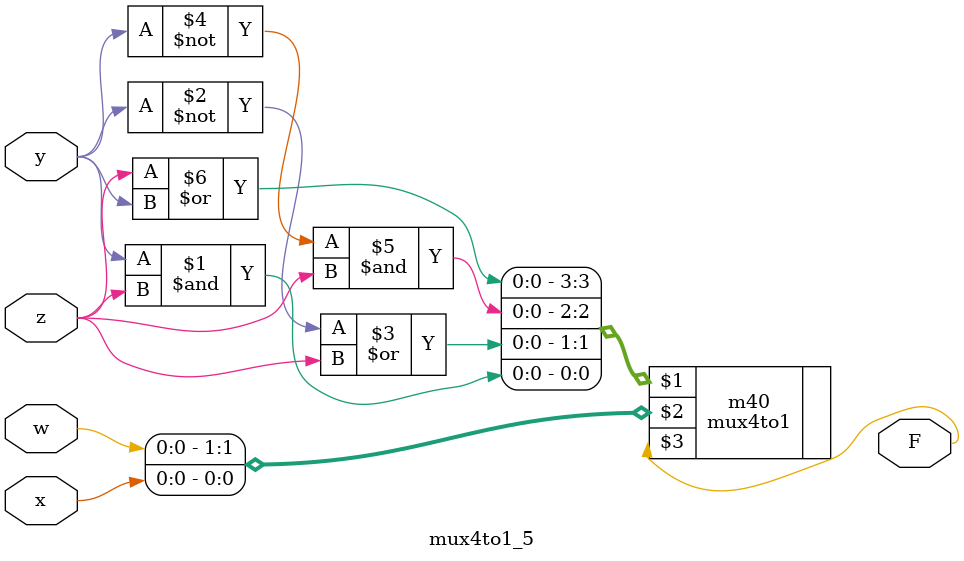
<source format=v>
module mux4to1_5(w,x,y,z,F);
input w,x,y,z;
output F;

mux4to1 m40({z|y,~y&z,~y|z,y&z},{w,x},F);

endmodule
</source>
